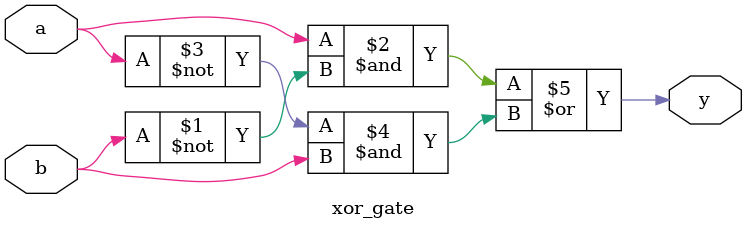
<source format=v>
module xor_gate(y,a,b);
  
  input a,b;
  output y;
  
  assign y = (a&~b)|(~a&b);
endmodule
</source>
